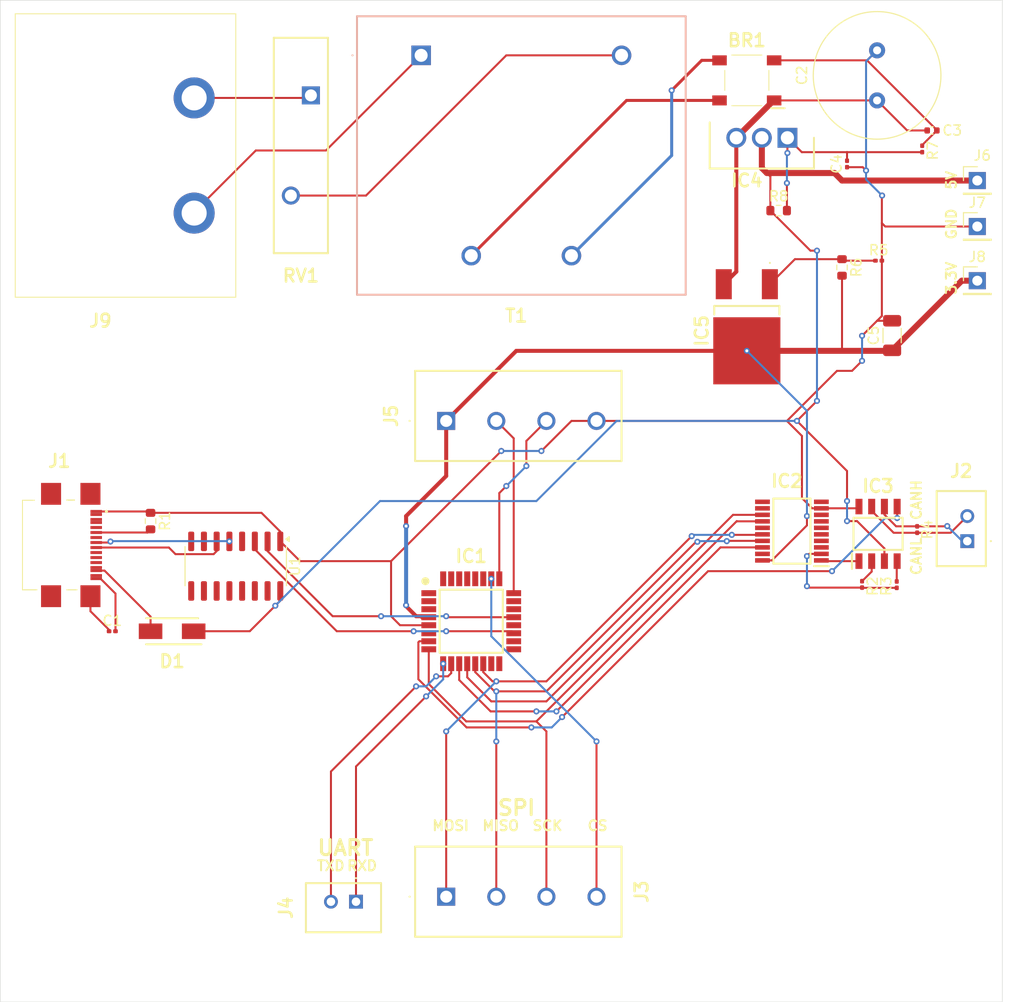
<source format=kicad_pcb>
(kicad_pcb (version 20241229) (generator "pcbnew") (generator_version "9.0")
  (title_block (title "Płytka PCB z SWD, SPI, UART, CAN i USB") (date "2025-09-04") (comment 2 "10cm x 10cm") (comment 3 "2 warstwy"))
  (layers (0 "F.Cu" signal) (2 "B.Cu" signal) (13 "F.Paste" user) (15 "B.Paste" user) (5 "F.SilkS" user "F.Silkscreen") (7 "B.SilkS" user "B.Silkscreen") (1 "F.Mask" user) (3 "B.Mask" user) (25 "Edge.Cuts" user))
  (net 0 "")
  (net 1 "GND")
  (net 2 "/VREF{slash}3.3V")
  (net 3 "/5V")
  (net 5 "/MOSI")
  (net 7 "/CS_CAN")
  (net 10 "/INT_CAN")
  (net 13 "/MISO")
  (net 16 "Net-(IC2-RXCAN)")
  (net 19 "/SCK")
  (net 21 "/SWCLK")
  (net 22 "/SWDIO")
  (net 29 "/TXD_USB")
  (net 31 "/RXD_USB")
  (net 35 "Net-(BR1-+)")
  (net 36 "Net-(BR1-~_1)")
  (net 37 "Net-(BR1-~_2)")
  (net 38 "Net-(IC4-ADJUST)")
  (net 44 "Net-(T1-PRI_2)")
  (net 46 "Net-(T1-PRI_1)")
  (net 50 "/TXD_OUT")
  (net 57 "Net-(C1-Pad1)")
  (net 59 "/VBUS_USB")
  (net 61 "/RXD_OUT")
  (net 62 "/CS_OUT")
  (net 63 "Net-(IC2-TXCAN)")
  (net 64 "Net-(IC3-CANH)")
  (net 65 "Net-(IC3-RXD)")
  (net 66 "Net-(IC3-CANL)")
  (net 67 "Net-(IC5-ADJ{slash}GND)")
  (net 68 "/TJA1051_EN_CAN")
  (net 71 "Net-(J1-PadA5)")
  (net 76 "/D+1_USB")
  (net 79 "/D-1_USB")
  (net 80 "Net-(J9-Pad1)")
  (footprint "Resistor_SMD:R_0603_1608Metric" (layer "F.Cu") (at 29 66.5 -90)
    (property "Reference" "R1")
    (property "Value" "5.1KR")
  )
  (footprint "Capacitor_SMD:C_1206_3216Metric" (layer "F.Cu") (at 103 47.975 90)
    (property "Reference" "C5")
    (property "Value" "10uF")
  )
  (footprint "SamacSys_Parts:DG3005004P1100AHCOLORGREY" (layer "F.Cu") (at 58.5 104)
    (property "Reference" "J3")
    (property "Value" "DG300-5.0-04P-11-00A_H__COLOR_GREY" (hide yes))
  )
  (footprint "Resistor_SMD:R_0201_0603Metric" (layer "F.Cu") (at 106 29.345 -90)
    (property "Reference" "R7")
    (property "Value" "1KR")
  )
  (footprint "SamacSys_Parts:SOP65P640X120-20N" (layer "F.Cu") (at 93 67.5 180)
    (property "Reference" "IC2")
    (property "Value" "MCP2515-I_ST" (hide yes))
  )
  (footprint "Capacitor_SMD:C_0402_1005Metric" (layer "F.Cu") (at 106.98 27.5)
    (property "Reference" "C3")
    (property "Value" "0u1")
  )
  (footprint "SamacSys_Parts:USB4110GFA" (layer "F.Cu") (at 19.897 68.89 -90)
    (property "Reference" "J1")
    (property "Value" "USB4110-GF-A" (hide yes))
  )
  (footprint "SamacSys_Parts:43000103" (layer "F.Cu") (at 33.35 24.25 -90)
    (property "Reference" "J9")
    (property "Value" "4300.0103" (hide yes))
  )
  (footprint "SamacSys_Parts:A2506WV2P" (layer "F.Cu") (at 49.5 104.5)
    (property "Reference" "J4")
    (property "Value" "A2506WV-2P" (hide yes))
  )
  (footprint "Resistor_SMD:R_0603_1608Metric" (layer "F.Cu") (at 98 41.175 -90)
    (property "Reference" "R6")
    (property "Value" "2K")
  )
  (footprint "SamacSys_Parts:DIOM5226X240N" (layer "F.Cu") (at 31.15 77.5 180)
    (property "Reference" "D1")
    (property "Value" "B340A-13-F" (hide yes))
  )
  (footprint "Package_SO:SOIC-16_3.9x9.9mm_P1.27mm" (layer "F.Cu") (at 37.5 71 -90)
    (property "Reference" "U1")
    (property "Value" "CH340C")
  )
  (footprint "Resistor_SMD:R_0603_1608Metric" (layer "F.Cu") (at 91.675 35.5)
    (property "Reference" "R8")
    (property "Value" "360R")
  )
  (footprint "SamacSys_Parts:B72220S0271K101" (layer "F.Cu") (at 45 24 -90)
    (property "Reference" "RV1")
    (property "Value" "B72220S0271K101" (hide yes))
  )
  (footprint "Connector_PinHeader_2.54mm:PinHeader_1x01_P2.54mm_Vertical" (layer "F.Cu") (at 111.5 42.5)
    (property "Reference" "J8")
    (property "Value" "Conn_01x01")
  )
  (footprint "SamacSys_Parts:SOIC127P600X175-8N" (layer "F.Cu") (at 101.595 67.775 90)
    (property "Reference" "IC3")
    (property "Value" "TJA1051T_E,118" (hide yes))
  )
  (footprint "Capacitor_SMD:C_0201_0603Metric" (layer "F.Cu") (at 98.5 30.845 90)
    (property "Reference" "C4")
    (property "Value" "1u")
  )
  (footprint "Capacitor_THT:C_Radial_D12.5mm_H25.0mm_P5.00mm" (layer "F.Cu") (at 101.5 24.5 90)
    (property "Reference" "C2")
    (property "Value" "4.7mF")
  )
  (footprint "Capacitor_SMD:C_0201_0603Metric" (layer "F.Cu") (at 25.18 77.5)
    (property "Reference" "C1")
    (property "Value" "1nF")
  )
  (footprint "SamacSys_Parts:A2506WV2P" (layer "F.Cu") (at 110.5 68.5 -90)
    (property "Reference" "J2")
    (property "Value" "A2506WV-2P" (hide yes))
  )
  (footprint "Resistor_SMD:R_0201_0603Metric" (layer "F.Cu") (at 105.5 67.345 90)
    (property "Reference" "R4")
    (property "Value" "120R")
  )
  (footprint "Connector_PinHeader_2.54mm:PinHeader_1x01_P2.54mm_Vertical" (layer "F.Cu") (at 111.5 37.09)
    (property "Reference" "J7")
    (property "Value" "Conn_01x01")
  )
  (footprint "SamacSys_Parts:LD1117DT33CTR" (layer "F.Cu") (at 88.5 48.075 90)
    (property "Reference" "IC5")
    (property "Value" "LD1117DT33CTR" (hide yes))
  )
  (footprint "Connector_PinHeader_2.54mm:PinHeader_1x01_P2.54mm_Vertical" (layer "F.Cu") (at 111.5 32.5)
    (property "Reference" "J6")
    (property "Value" "Conn_01x01")
  )
  (footprint "SamacSys_Parts:QFP80P900X900X160-32N" (layer "F.Cu") (at 61 76.5)
    (property "Reference" "IC1")
    (property "Value" "STM32G030K6T6" (hide yes))
  )
  (footprint "Resistor_SMD:R_0201_0603Metric" (layer "F.Cu") (at 101.655 40.5)
    (property "Reference" "R5")
    (property "Value" "300R")
  )
  (footprint "SamacSys_Parts:DG3005004P1100AHCOLORGREY" (layer "F.Cu") (at 58.5 56.5)
    (property "Reference" "J5")
    (property "Value" "DG300-5.0-04P-11-00A_H__COLOR_GREY" (hide yes))
  )
  (footprint "SamacSys_Parts:ABS10A13" (layer "F.Cu") (at 88.5 22.5 180)
    (property "Reference" "BR1")
    (property "Value" "ABS10A-13" (hide yes))
  )
  (footprint "SamacSys_Parts:TO255P460X1020X2008-3P" (layer "F.Cu") (at 92.55 28.23 180)
    (property "Reference" "IC4")
    (property "Value" "LM317T" (hide yes))
  )
  (footprint "Resistor_SMD:R_0201_0603Metric" (layer "F.Cu") (at 100 72.82 -90)
    (property "Reference" "R2")
    (property "Value" "20K")
  )
  (footprint "Resistor_SMD:R_0201_0603Metric" (layer "F.Cu") (at 103.46 72.845 90)
    (property "Reference" "R3")
    (property "Value" "10K")
  )
  (footprint "SamacSys_Parts:BV302S12018" (layer "B.Cu") (at 56 20)
    (property "Reference" "T1")
    (property "Value" "BV302S12018" (hide yes))
  )
  (gr_rect (start 14 14.5) (end 114 114.5) (stroke (width 0.05)) (fill no) (layer "Edge.Cuts"))
  (gr_text "RXD" (at 48.5 101.5 0) (layer "F.SilkS") (effects (font (size 1 1) (thickness 0.2) (bold yes)) (justify left bottom)))
  (gr_text "CANH" (at 106 66.5 90) (layer "F.SilkS") (effects (font (size 1 1) (thickness 0.2) (bold yes)) (justify left bottom)))
  (gr_text "CANL" (at 106 72 90) (layer "F.SilkS") (effects (font (size 1 1) (thickness 0.2) (bold yes)) (justify left bottom)))
  (gr_text "SPI" (at 63.5 96 0) (layer "F.SilkS") (effects (font (size 1.5 1.5) (thickness 0.3) (bold yes)) (justify left bottom)))
  (gr_text "UART" (at 45.5 100 0) (layer "F.SilkS") (effects (font (size 1.5 1.5) (thickness 0.3) (bold yes)) (justify left bottom)))
  (gr_text "GND" (at 109.5 38.5 90) (layer "F.SilkS") (effects (font (size 1 1) (thickness 0.2) (bold yes)) (justify left bottom)))
  (gr_text "MOSI" (at 57 97.5 0) (layer "F.SilkS") (effects (font (size 1 1) (thickness 0.2) (bold yes)) (justify left bottom)))
  (gr_text "CS" (at 72.5 97.5 0) (layer "F.SilkS") (effects (font (size 1 1) (thickness 0.2) (bold yes)) (justify left bottom)))
  (gr_text "3.3V" (at 109.5 44 90) (layer "F.SilkS") (effects (font (size 1 1) (thickness 0.2) (bold yes)) (justify left bottom)))
  (gr_text "5V" (at 109.5 33.5 90) (layer "F.SilkS") (effects (font (size 1 1) (thickness 0.2) (bold yes)) (justify left bottom)))
  (gr_text "MISO" (at 62 97.5 0) (layer "F.SilkS") (effects (font (size 1 1) (thickness 0.2) (bold yes)) (justify left bottom)))
  (gr_text "TXD" (at 45.5 101.5 0) (layer "F.SilkS") (effects (font (size 1 1) (thickness 0.2) (bold yes)) (justify left bottom)))
  (gr_text "SCK" (at 67 97.5 0) (layer "F.SilkS") (effects (font (size 1 1) (thickness 0.2) (bold yes)) (justify left bottom)))
  (segment (start 29 65.675) (end 28.675 65.675) (width 0.2) (layer "F.Cu") (net 1))
  (segment (start 53 70.5) (end 53 75.5) (width 0.2) (layer "F.Cu") (net 1))
  (segment (start 53 75.5) (end 53 76) (width 0.2) (layer "F.Cu") (net 1))
  (segment (start 53 70.5) (end 43.92 70.5) (width 0.2) (layer "F.Cu") (net 1))
  (segment (start 64 59.5) (end 53 70.5) (width 0.2) (layer "F.Cu") (net 1))
  (segment (start 28.675 65.675) (end 28.54 65.54) (width 0.2) (layer "F.Cu") (net 1))
  (segment (start 99.515 65.225) (end 95.938 65.225) (width 0.2) (layer "F.Cu") (net 1))
  (segment (start 40.069999 65.675) (end 29 65.675) (width 0.2) (layer "F.Cu") (net 1))
  (segment (start 98.5 31.165) (end 100.064 31.165) (width 0.2) (layer "F.Cu") (net 1))
  (segment (start 43.92 70.5) (end 41.945 68.525) (width 0.2) (layer "F.Cu") (net 1))
  (segment (start 99.69 65.05) (end 99.515 65.225) (width 0.2) (layer "F.Cu") (net 1))
  (segment (start 95.938 65.225) (end 95.0235 65.225) (width 0.2) (layer "F.Cu") (net 1))
  (segment (start 100.5 20.5) (end 101.5 19.5) (width 0.2) (layer "F.Cu") (net 1))
  (segment (start 25.5 77.5) (end 25.5 73.74) (width 0.2) (layer "F.Cu") (net 1))
  (segment (start 101.975 46.025) (end 101.5 46.5) (width 0.2) (layer "F.Cu") (net 1))
  (segment (start 107.46 27.5) (end 107.46 27.46) (width 0.2) (layer "F.Cu") (net 1))
  (segment (start 103 46.5) (end 101.5 46.5) (width 0.2) (layer "F.Cu") (net 1))
  (segment (start 101.5 46.5) (end 100 48) (width 0.2) (layer "F.Cu") (net 1))
  (segment (start 97.5 51.5) (end 99 51.5) (width 0.2) (layer "F.Cu") (net 1))
  (segment (start 99 51.5) (end 100 50.5) (width 0.2) (layer "F.Cu") (net 1))
  (segment (start 73.5 56.5) (end 71 56.5) (width 0.2) (layer "F.Cu") (net 1))
  (segment (start 91.225 20.5) (end 100.5 20.5) (width 0.2) (layer "F.Cu") (net 1))
  (segment (start 101.975 36.75) (end 101.975 34.025) (width 0.2) (layer "F.Cu") (net 1))
  (segment (start 53.9 76.9) (end 56.762 76.9) (width 0.2) (layer "F.Cu") (net 1))
  (segment (start 95.0235 65.225) (end 94 64.2015) (width 0.2) (layer "F.Cu") (net 1))
  (segment (start 107.46 27.46) (end 100.5 20.5) (width 0.2) (layer "F.Cu") (net 1))
  (segment (start 106 28.96) (end 107.46 27.5) (width 0.2) (layer "F.Cu") (net 1))
  (segment (start 100 72.5) (end 100.96 71.54) (width 0.2) (layer "F.Cu") (net 1))
  (segment (start 24 72.24) (end 23.575 72.24) (width 0.2) (layer "F.Cu") (net 1))
  (segment (start 101.975 34.025) (end 102 34) (width 0.2) (layer "F.Cu") (net 1))
  (segment (start 92.5 56.5) (end 73.5 56.5) (width 0.2) (layer "F.Cu") (net 1))
  (segment (start 94 64.2015) (end 94 58) (width 0.2) (layer "F.Cu") (net 1))
  (segment (start 92.5 56.5) (end 97.5 51.5) (width 0.2) (layer "F.Cu") (net 1))
  (segment (start 100.064 31.165) (end 100.399 31.5) (width 0.2) (layer "F.Cu") (net 1))
  (segment (start 53 76) (end 53.9 76.9) (width 0.2) (layer "F.Cu") (net 1))
  (segment (start 101.975 40.5) (end 101.975 36.75) (width 0.2) (layer "F.Cu") (net 1))
  (segment (start 41.945 67.550001) (end 40.069999 65.675) (width 0.2) (layer "F.Cu") (net 1))
  (segment (start 25.5 73.74) (end 24 72.24) (width 0.2) (layer "F.Cu") (net 1))
  (segment (start 94 58) (end 92.5 56.5) (width 0.2) (layer "F.Cu") (net 1))
  (segment (start 101.975 40.5) (end 101.975 46.025) (width 0.2) (layer "F.Cu") (net 1))
  (segment (start 100.96 71.54) (end 100.96 70.5) (width 0.2) (layer "F.Cu") (net 1))
  (segment (start 111.5 37.09) (end 102.315 37.09) (width 0.2) (layer "F.Cu") (net 1))
  (segment (start 28.54 65.54) (end 23.575 65.54) (width 0.2) (layer "F.Cu") (net 1))
  (segment (start 71 56.5) (end 68 59.5) (width 0.2) (layer "F.Cu") (net 1))
  (segment (start 102.315 37.09) (end 101.975 36.75) (width 0.2) (layer "F.Cu") (net 1))
  (segment (start 41.945 68.525) (end 41.945 67.550001) (width 0.2) (layer "F.Cu") (net 1))
  (via (at 100.399 31.5) (size 0.6) (drill 0.3) (layers "F.Cu" "B.Cu") (net 1))
  (via (at 102 34) (size 0.6) (drill 0.3) (layers "F.Cu" "B.Cu") (net 1))
  (via (at 100 50.5) (size 0.6) (drill 0.3) (layers "F.Cu" "B.Cu") (net 1))
  (via (at 100 48) (size 0.6) (drill 0.3) (layers "F.Cu" "B.Cu") (net 1))
  (via (at 64 59.5) (size 0.6) (drill 0.3) (layers "F.Cu" "B.Cu") (net 1))
  (via (at 68 59.5) (size 0.6) (drill 0.3) (layers "F.Cu" "B.Cu") (net 1))
  (segment (start 100.399 31.5) (end 100.399 20.601) (width 0.2) (layer "B.Cu") (net 1))
  (segment (start 102 34) (end 100.399 32.399) (width 0.2) (layer "B.Cu") (net 1))
  (segment (start 68 59.5) (end 64 59.5) (width 0.2) (layer "B.Cu") (net 1))
  (segment (start 100.399 32.399) (end 100.399 31.5) (width 0.2) (layer "B.Cu") (net 1))
  (segment (start 100 48) (end 100 50.5) (width 0.2) (layer "B.Cu") (net 1))
  (segment (start 100.399 20.601) (end 101.5 19.5) (width 0.2) (layer "B.Cu") (net 1))
  (segment (start 54.5 75) (end 55.501 76.001) (width 0.4) (layer "F.Cu") (net 2))
  (segment (start 98 49.5) (end 102.95 49.5) (width 0.6) (layer "F.Cu") (net 2))
  (segment (start 56.1 76.1) (end 56.762 76.1) (width 0.4) (layer "F.Cu") (net 2))
  (segment (start 55.501 76.001) (end 56.001 76.001) (width 0.4) (layer "F.Cu") (net 2))
  (segment (start 90.062 70.425) (end 90.9995 70.425) (width 0.2) (layer "F.Cu") (net 2))
  (segment (start 58.5 62) (end 58.5 56.5) (width 0.4) (layer "F.Cu") (net 2))
  (segment (start 54.5 74.9) (end 54.5 75) (width 0.4) (layer "F.Cu") (net 2))
  (segment (start 102.95 49.5) (end 103 49.45) (width 0.6) (layer "F.Cu") (net 2))
  (segment (start 98 42) (end 98 49.5) (width 0.2) (layer "F.Cu") (net 2))
  (segment (start 65.5 49.5) (end 88.5 49.5) (width 0.4) (layer "F.Cu") (net 2))
  (segment (start 98 49.5) (end 88.5 49.5) (width 0.6) (layer "F.Cu") (net 2))
  (segment (start 58.5 56.5) (end 65.5 49.5) (width 0.4) (layer "F.Cu") (net 2))
  (segment (start 54.5 66) (end 58.5 62) (width 0.4) (layer "F.Cu") (net 2))
  (segment (start 111.5 42.5) (end 109.95 42.5) (width 0.6) (layer "F.Cu") (net 2))
  (segment (start 56.001 76.001) (end 56.1 76.1) (width 0.4) (layer "F.Cu") (net 2))
  (segment (start 90.9995 70.425) (end 94.5 66.9245) (width 0.2) (layer "F.Cu") (net 2))
  (segment (start 109.95 42.5) (end 103 49.45) (width 0.6) (layer "F.Cu") (net 2))
  (segment (start 94.5 66.9245) (end 94.5 66) (width 0.2) (layer "F.Cu") (net 2))
  (segment (start 54.5 67) (end 54.5 66) (width 0.4) (layer "F.Cu") (net 2))
  (via (at 94.5 66) (size 0.6) (drill 0.3) (layers "F.Cu" "B.Cu") (net 2))
  (via (at 88.5 49.5) (size 0.6) (drill 0.3) (layers "F.Cu" "B.Cu") (net 2))
  (via (at 54.5 67) (size 0.6) (drill 0.3) (layers "F.Cu" "B.Cu") (net 2))
  (via (at 54.5 74.9) (size 0.6) (drill 0.3) (layers "F.Cu" "B.Cu") (net 2))
  (segment (start 54.5 74.9) (end 54.5 67) (width 0.4) (layer "B.Cu") (net 2))
  (segment (start 94.5 66) (end 94.5 55.5) (width 0.2) (layer "B.Cu") (net 2))
  (segment (start 94.5 55.5) (end 88.5 49.5) (width 0.2) (layer "B.Cu") (net 2))
  (segment (start 90.5 31.75) (end 97.25 31.75) (width 0.6) (layer "F.Cu") (net 3))
  (segment (start 94.85 39.5) (end 95.5 39.5) (width 0.2) (layer "F.Cu") (net 3))
  (segment (start 90.85 32.1) (end 90.5 31.75) (width 0.2) (layer "F.Cu") (net 3))
  (segment (start 102.23 70.5) (end 102.23 69.23) (width 0.2) (layer "F.Cu") (net 3))
  (segment (start 90 31.25) (end 90.5 31.75) (width 0.6) (layer "F.Cu") (net 3))
  (segment (start 41.945 73.475) (end 41.945 74.449999) (width 0.2) (layer "F.Cu") (net 3))
  (segment (start 41.447499 74.947499) (end 40.947499 75.447499) (width 0.2) (layer "F.Cu") (net 3))
  (segment (start 98.5 61.5) (end 93.5 56.5) (width 0.2) (layer "F.Cu") (net 3))
  (segment (start 95.5 54.5) (end 93.5 56.5) (width 0.2) (layer "F.Cu") (net 3))
  (segment (start 90 28.23) (end 90 31.25) (width 0.6) (layer "F.Cu") (net 3))
  (segment (start 40.947499 75.447499) (end 38.894999 77.5) (width 0.2) (layer "F.Cu") (net 3))
  (segment (start 98 32.5) (end 111.5 32.5) (width 0.6) (layer "F.Cu") (net 3))
  (segment (start 38.894999 77.5) (end 33.3 77.5) (width 0.2) (layer "F.Cu") (net 3))
  (segment (start 102.23 69.23) (end 99.5 66.5) (width 0.2) (layer "F.Cu") (net 3))
  (segment (start 97.25 31.75) (end 98 32.5) (width 0.6) (layer "F.Cu") (net 3))
  (segment (start 98.5 64.5) (end 98.5 61.5) (width 0.2) (layer "F.Cu") (net 3))
  (segment (start 41.945 74.449999) (end 41.447499 74.947499) (width 0.2) (layer "F.Cu") (net 3))
  (segment (start 90.85 35.5) (end 94.85 39.5) (width 0.2) (layer "F.Cu") (net 3))
  (segment (start 99.5 66.5) (end 98.5 66.5) (width 0.2) (layer "F.Cu") (net 3))
  (segment (start 90.85 35.5) (end 90.85 32.1) (width 0.2) (layer "F.Cu") (net 3))
  (via (at 95.5 39.5) (size 0.6) (drill 0.3) (layers "F.Cu" "B.Cu") (net 3))
  (via (at 93.5 56.5) (size 0.6) (drill 0.3) (layers "F.Cu" "B.Cu") (net 3))
  (via (at 98.5 66.5) (size 0.6) (drill 0.3) (layers "F.Cu" "B.Cu") (net 3))
  (via (at 41.447499 74.947499) (size 0.6) (drill 0.3) (layers "F.Cu" "B.Cu") (net 3))
  (via (at 98.5 64.5) (size 0.6) (drill 0.3) (layers "F.Cu" "B.Cu") (net 3))
  (via (at 95.5 54.5) (size 0.6) (drill 0.3) (layers "F.Cu" "B.Cu") (net 3))
  (segment (start 67.5 64.5) (end 51.894998 64.5) (width 0.2) (layer "B.Cu") (net 3))
  (segment (start 93.5 56.5) (end 75.5 56.5) (width 0.2) (layer "B.Cu") (net 3))
  (segment (start 95.5 39.5) (end 95.5 54.5) (width 0.2) (layer "B.Cu") (net 3))
  (segment (start 75.5 56.5) (end 67.5 64.5) (width 0.2) (layer "B.Cu") (net 3))
  (segment (start 98.5 66.5) (end 98.5 64.5) (width 0.2) (layer "B.Cu") (net 3))
  (segment (start 51.894998 64.5) (end 41.447499 74.947499) (width 0.2) (layer "B.Cu") (net 3))
  (segment (start 63.1225 82.5) (end 62.2 81.5775) (width 0.2) (layer "F.Cu") (net 5))
  (segment (start 68.5 82.5) (end 63.5 82.5) (width 0.2) (layer "F.Cu") (net 5))
  (segment (start 63.5 82.5) (end 63.1225 82.5) (width 0.2) (layer "F.Cu") (net 5))
  (segment (start 58.5 104) (end 58.5 87.5) (width 0.2) (layer "F.Cu") (net 5))
  (segment (start 90.012 67.875) (end 87 67.875) (width 0.2) (layer "F.Cu") (net 5))
  (segment (start 62.2 81.5775) (end 62.2 80.738) (width 0.2) (layer "F.Cu") (net 5))
  (segment (start 83 68) (end 68.5 82.5) (width 0.2) (layer "F.Cu") (net 5))
  (segment (start 90.062 67.825) (end 90.012 67.875) (width 0.2) (layer "F.Cu") (net 5))
  (via (at 63.5 82.5) (size 0.6) (drill 0.3) (layers "F.Cu" "B.Cu") (net 5))
  (via (at 83 68) (size 0.6) (drill 0.3) (layers "F.Cu" "B.Cu") (net 5))
  (via (at 58.5 87.5) (size 0.6) (drill 0.3) (layers "F.Cu" "B.Cu") (net 5))
  (via (at 87 67.875) (size 0.6) (drill 0.3) (layers "F.Cu" "B.Cu") (net 5))
  (segment (start 83.125 67.875) (end 83 68) (width 0.2) (layer "B.Cu") (net 5))
  (segment (start 87 67.875) (end 83.125 67.875) (width 0.2) (layer "B.Cu") (net 5))
  (segment (start 58.5 87.5) (end 63.5 82.5) (width 0.2) (layer "B.Cu") (net 5))
  (segment (start 62.9329 85.5) (end 59.8 82.3671) (width 0.2) (layer "F.Cu") (net 7))
  (segment (start 59.8 82.3671) (end 59.8 80.738) (width 0.2) (layer "F.Cu") (net 7))
  (segment (start 67.5 85.5) (end 62.9329 85.5) (width 0.2) (layer "F.Cu") (net 7))
  (segment (start 90.062 69.125) (end 85.875 69.125) (width 0.2) (layer "F.Cu") (net 7))
  (segment (start 85.875 69.125) (end 69.5 85.5) (width 0.2) (layer "F.Cu") (net 7))
  (via (at 67.5 85.5) (size 0.6) (drill 0.3) (layers "F.Cu" "B.Cu") (net 7))
  (via (at 69.5 85.5) (size 0.6) (drill 0.3) (layers "F.Cu" "B.Cu") (net 7))
  (segment (start 69.5 85.5) (end 67.5 85.5) (width 0.2) (layer "B.Cu") (net 7))
  (segment (start 87.125 65.875) (end 68.5 84.5) (width 0.2) (layer "F.Cu") (net 10))
  (segment (start 63 84.5) (end 60.6 82.1) (width 0.2) (layer "F.Cu") (net 10))
  (segment (start 60.6 82.1) (end 60.6 80.738) (width 0.2) (layer "F.Cu") (net 10))
  (segment (start 90.062 65.875) (end 87.125 65.875) (width 0.2) (layer "F.Cu") (net 10))
  (segment (start 68.5 84.5) (end 63 84.5) (width 0.2) (layer "F.Cu") (net 10))
  (segment (start 86.525 68.475) (end 90.062 68.475) (width 0.2) (layer "F.Cu") (net 13))
  (segment (start 68.5 83.5) (end 63.5 83.5) (width 0.2) (layer "F.Cu") (net 13))
  (segment (start 83.434313 68.565687) (end 68.5 83.5) (width 0.2) (layer "F.Cu") (net 13))
  (segment (start 63.3225 83.5) (end 61.4 81.5775) (width 0.2) (layer "F.Cu") (net 13))
  (segment (start 86.5 68.5) (end 86.525 68.475) (width 0.2) (layer "F.Cu") (net 13))
  (segment (start 61.4 81.5775) (end 61.4 80.738) (width 0.2) (layer "F.Cu") (net 13))
  (segment (start 83.565687 68.565687) (end 83.434313 68.565687) (width 0.2) (layer "F.Cu") (net 13))
  (segment (start 63.5 83.5) (end 63.3225 83.5) (width 0.2) (layer "F.Cu") (net 13))
  (segment (start 63.5 104) (end 63.5 88.5) (width 0.2) (layer "F.Cu") (net 13))
  (via (at 63.5 83.5) (size 0.6) (drill 0.3) (layers "F.Cu" "B.Cu") (net 13))
  (via (at 86.5 68.5) (size 0.6) (drill 0.3) (layers "F.Cu" "B.Cu") (net 13))
  (via (at 63.5 88.5) (size 0.6) (drill 0.3) (layers "F.Cu" "B.Cu") (net 13))
  (via (at 83.565687 68.565687) (size 0.6) (drill 0.3) (layers "F.Cu" "B.Cu") (net 13))
  (segment (start 63.5 88.5) (end 63.5 83.5) (width 0.2) (layer "B.Cu") (net 13))
  (segment (start 83.565687 68.565687) (end 83.631374 68.5) (width 0.2) (layer "B.Cu") (net 13))
  (segment (start 83.631374 68.5) (end 86.5 68.5) (width 0.2) (layer "B.Cu") (net 13))
  (segment (start 94.5 70) (end 94.725 69.775) (width 0.2) (layer "F.Cu") (net 16))
  (segment (start 103.46 73.165) (end 100.025 73.165) (width 0.2) (layer "F.Cu") (net 16))
  (segment (start 94.64 73.14) (end 94.5 73) (width 0.2) (layer "F.Cu") (net 16))
  (segment (start 100.025 73.165) (end 100 73.14) (width 0.2) (layer "F.Cu") (net 16))
  (segment (start 94.725 69.775) (end 95.938 69.775) (width 0.2) (layer "F.Cu") (net 16))
  (segment (start 100 73.14) (end 94.64 73.14) (width 0.2) (layer "F.Cu") (net 16))
  (via (at 94.5 70) (size 0.6) (drill 0.3) (layers "F.Cu" "B.Cu") (net 16))
  (via (at 94.5 73) (size 0.6) (drill 0.3) (layers "F.Cu" "B.Cu") (net 16))
  (segment (start 94.5 73) (end 94.5 70) (width 0.2) (layer "B.Cu") (net 16))
  (segment (start 67.5 86.5) (end 60.5 86.5) (width 0.2) (layer "F.Cu") (net 19))
  (segment (start 87.5 66.5) (end 67.5 86.5) (width 0.2) (layer "F.Cu") (net 19))
  (segment (start 68.5 104) (end 68.5 87.5) (width 0.2) (layer "F.Cu") (net 19))
  (segment (start 68.5 87.5) (end 67.5 86.5) (width 0.2) (layer "F.Cu") (net 19))
  (segment (start 90.062 66.525) (end 87.525 66.525) (width 0.2) (layer "F.Cu") (net 19))
  (segment (start 60.5 86.5) (end 56.762 82.762) (width 0.2) (layer "F.Cu") (net 19))
  (segment (start 87.525 66.525) (end 87.5 66.5) (width 0.2) (layer "F.Cu") (net 19))
  (segment (start 56.762 82.762) (end 56.762 79.3) (width 0.2) (layer "F.Cu") (net 19))
  (segment (start 66.5 58.5) (end 66.5 61) (width 0.2) (layer "F.Cu") (net 21))
  (segment (start 68.5 56.5) (end 66.5 58.5) (width 0.2) (layer "F.Cu") (net 21))
  (segment (start 64.5 63) (end 63.8 63.7) (width 0.2) (layer "F.Cu") (net 21))
  (segment (start 63.8 63.7) (end 63.8 72.262) (width 0.2) (layer "F.Cu") (net 21))
  (via (at 66.5 61) (size 0.6) (drill 0.3) (layers "F.Cu" "B.Cu") (net 21))
  (via (at 64.5 63) (size 0.6) (drill 0.3) (layers "F.Cu" "B.Cu") (net 21))
  (segment (start 66.5 61) (end 64.5 63) (width 0.2) (layer "B.Cu") (net 21))
  (segment (start 63.5 56.5) (end 65.238 58.238) (width 0.2) (layer "F.Cu") (net 22))
  (segment (start 65.238 58.238) (end 65.238 73.7) (width 0.2) (layer "F.Cu") (net 22))
  (segment (start 47.175001 76) (end 52 76) (width 0.2) (layer "F.Cu") (net 29))
  (segment (start 40.675 69.499999) (end 47.175001 76) (width 0.2) (layer "F.Cu") (net 29))
  (segment (start 40.675 68.525) (end 40.675 69.499999) (width 0.2) (layer "F.Cu") (net 29))
  (segment (start 58.6 76.1) (end 65.238 76.1) (width 0.2) (layer "F.Cu") (net 29))
  (segment (start 58.5 76) (end 58.6 76.1) (width 0.2) (layer "F.Cu") (net 29))
  (via (at 52 76) (size 0.6) (drill 0.3) (layers "F.Cu" "B.Cu") (net 29))
  (via (at 58.5 76) (size 0.6) (drill 0.3) (layers "F.Cu" "B.Cu") (net 29))
  (segment (start 52 76) (end 58.5 76) (width 0.2) (layer "B.Cu") (net 29))
  (segment (start 58.5 77.5) (end 65.038 77.5) (width 0.2) (layer "F.Cu") (net 31))
  (segment (start 55.25 77.5) (end 47.586968 77.5) (width 0.2) (layer "F.Cu") (net 31))
  (segment (start 47.586968 77.5) (end 39.405 69.318032) (width 0.2) (layer "F.Cu") (net 31))
  (segment (start 65.038 77.5) (end 65.238 77.7) (width 0.2) (layer "F.Cu") (net 31))
  (segment (start 39.405 69.318032) (end 39.405 68.525) (width 0.2) (layer "F.Cu") (net 31))
  (via (at 55.25 77.5) (size 0.6) (drill 0.3) (layers "F.Cu" "B.Cu") (net 31))
  (via (at 58.5 77.5) (size 0.6) (drill 0.3) (layers "F.Cu" "B.Cu") (net 31))
  (segment (start 55.25 77.5) (end 58.5 77.5) (width 0.2) (layer "B.Cu") (net 31))
  (segment (start 87.45 28.23) (end 87.45 41.6) (width 0.4) (layer "F.Cu") (net 35))
  (segment (start 87.45 28.23) (end 91.18 24.5) (width 0.6) (layer "F.Cu") (net 35))
  (segment (start 91.225 24.5) (end 101.5 24.5) (width 0.2) (layer "F.Cu") (net 35))
  (segment (start 106.5 27.5) (end 104.5 27.5) (width 0.2) (layer "F.Cu") (net 35))
  (segment (start 91.18 24.5) (end 91.225 24.5) (width 0.2) (layer "F.Cu") (net 35))
  (segment (start 87.45 41.6) (end 86.2 42.85) (width 0.4) (layer "F.Cu") (net 35))
  (segment (start 104.5 27.5) (end 101.5 24.5) (width 0.2) (layer "F.Cu") (net 35))
  (segment (start 85.775 24.5) (end 76.5 24.5) (width 0.3) (layer "F.Cu") (net 36))
  (segment (start 76.5 24.5) (end 61 40) (width 0.3) (layer "F.Cu") (net 36))
  (segment (start 71 40) (end 71 39.275) (width 0.3) (layer "F.Cu") (net 37))
  (segment (start 85.775 20.5) (end 84 20.5) (width 0.3) (layer "F.Cu") (net 37))
  (segment (start 84 20.5) (end 81 23.5) (width 0.3) (layer "F.Cu") (net 37))
  (via (at 81 23.5) (size 0.6) (drill 0.3) (layers "F.Cu" "B.Cu") (net 37))
  (segment (start 81 30) (end 71 40) (width 0.3) (layer "B.Cu") (net 37))
  (segment (start 81 23.5) (end 81 30) (width 0.3) (layer "B.Cu") (net 37))
  (segment (start 93.985 29.665) (end 92.55 28.23) (width 0.2) (layer "F.Cu") (net 38))
  (segment (start 92.55 35.45) (end 92.5 35.5) (width 0.2) (layer "F.Cu") (net 38))
  (segment (start 98.5 29.665) (end 93.985 29.665) (width 0.2) (layer "F.Cu") (net 38))
  (segment (start 106 29.665) (end 98.5 29.665) (width 0.2) (layer "F.Cu") (net 38))
  (segment (start 92.5 32.75) (end 92.5 35.5) (width 0.2) (layer "F.Cu") (net 38))
  (segment (start 92.55 29.75) (end 92.55 28.23) (width 0.2) (layer "F.Cu") (net 38))
  (segment (start 98.5 30.525) (end 98.5 29.665) (width 0.2) (layer "F.Cu") (net 38))
  (via (at 92.5 32.75) (size 0.6) (drill 0.3) (layers "F.Cu" "B.Cu") (net 38))
  (via (at 92.55 29.75) (size 0.6) (drill 0.3) (layers "F.Cu" "B.Cu") (net 38))
  (segment (start 92.55 29.75) (end 92.5 29.8) (width 0.2) (layer "B.Cu") (net 38))
  (segment (start 92.5 29.8) (end 92.5 32.75) (width 0.2) (layer "B.Cu") (net 38))
  (segment (start 50.5 34) (end 64.5 20) (width 0.2) (layer "F.Cu") (net 44))
  (segment (start 43 34) (end 50.5 34) (width 0.2) (layer "F.Cu") (net 44))
  (segment (start 64.5 20) (end 76 20) (width 0.2) (layer "F.Cu") (net 44))
  (segment (start 33.35 35.75) (end 33.35 35.65) (width 0.2) (layer "F.Cu") (net 46))
  (segment (start 39.5 29.5) (end 46.5 29.5) (width 0.2) (layer "F.Cu") (net 46))
  (segment (start 46.5 29.5) (end 56 20) (width 0.2) (layer "F.Cu") (net 46))
  (segment (start 33.35 35.65) (end 39.5 29.5) (width 0.2) (layer "F.Cu") (net 46))
  (segment (start 57.5 82) (end 58.6755 82) (width 0.2) (layer "F.Cu") (net 50))
  (segment (start 47 91.5) (end 55.5 83) (width 0.2) (layer "F.Cu") (net 50))
  (segment (start 58.6755 82) (end 59 81.6755) (width 0.2) (layer "F.Cu") (net 50))
  (segment (start 47 104.5) (end 47 91.5) (width 0.2) (layer "F.Cu") (net 50))
  (segment (start 59 81.6755) (end 59 80.738) (width 0.2) (layer "F.Cu") (net 50))
  (via (at 55.5 83) (size 0.6) (drill 0.3) (layers "F.Cu" "B.Cu") (net 50))
  (via (at 57.5 82) (size 0.6) (drill 0.3) (layers "F.Cu" "B.Cu") (net 50))
  (segment (start 55.5 83) (end 56.5 83) (width 0.2) (layer "B.Cu") (net 50))
  (segment (start 56.5 83) (end 57.5 82) (width 0.2) (layer "B.Cu") (net 50))
  (segment (start 24.86 77.5) (end 24.86 77.36) (width 0.2) (layer "F.Cu") (net 57))
  (segment (start 24.86 77.36) (end 23 75.5) (width 0.2) (layer "F.Cu") (net 57))
  (segment (start 23 75.5) (end 23 74) (width 0.2) (layer "F.Cu") (net 57))
  (segment (start 24.402 71.44) (end 23.575 71.44) (width 0.2) (layer "F.Cu") (net 59))
  (segment (start 29 77.5) (end 29 76.038) (width 0.2) (layer "F.Cu") (net 59))
  (segment (start 29 76.038) (end 24.402 71.44) (width 0.2) (layer "F.Cu") (net 59))
  (segment (start 49.5 91) (end 56.5 84) (width 0.2) (layer "F.Cu") (net 61))
  (segment (start 49.5 104.5) (end 49.5 91) (width 0.2) (layer "F.Cu") (net 61))
  (via (at 58.2 80.738) (size 0.6) (drill 0.3) (layers "F.Cu" "B.Cu") (net 61))
  (via (at 56.5 84) (size 0.6) (drill 0.3) (layers "F.Cu" "B.Cu") (net 61))
  (segment (start 58.2 82.3) (end 58.2 80.738) (width 0.2) (layer "B.Cu") (net 61))
  (segment (start 56.5 84) (end 58.2 82.3) (width 0.2) (layer "B.Cu") (net 61))
  (segment (start 73.5 104) (end 73.5 88.5) (width 0.2) (layer "F.Cu") (net 62))
  (via (at 73.5 88.5) (size 0.6) (drill 0.3) (layers "F.Cu" "B.Cu") (net 62))
  (via (at 63 72.262) (size 0.6) (drill 0.3) (layers "F.Cu" "B.Cu") (net 62))
  (segment (start 63 78) (end 63 72.262) (width 0.2) (layer "B.Cu") (net 62))
  (segment (start 73.5 88.5) (end 63 78) (width 0.2) (layer "B.Cu") (net 62))
  (segment (start 99.69 70.5) (end 96.013 70.5) (width 0.2) (layer "F.Cu") (net 63))
  (segment (start 96.013 70.5) (end 95.938 70.425) (width 0.2) (layer "F.Cu") (net 63))
  (segment (start 103.15 67.665) (end 105.5 67.665) (width 0.2) (layer "F.Cu") (net 64))
  (segment (start 105.5 67.665) (end 108.835 67.665) (width 0.2) (layer "F.Cu") (net 64))
  (segment (start 108.835 67.665) (end 110.5 66) (width 0.2) (layer "F.Cu") (net 64))
  (segment (start 100.96 65.475) (end 103.15 67.665) (width 0.2) (layer "F.Cu") (net 64))
  (segment (start 100.96 65.05) (end 100.96 65.475) (width 0.2) (layer "F.Cu") (net 64))
  (segment (start 103.46 70.54) (end 103.5 70.5) (width 0.2) (layer "F.Cu") (net 65))
  (segment (start 103.46 72.525) (end 103.46 70.54) (width 0.2) (layer "F.Cu") (net 65))
  (segment (start 103.4025 67.025) (end 105.5 67.025) (width 0.2) (layer "F.Cu") (net 66))
  (segment (start 102.23 65.8525) (end 103.4025 67.025) (width 0.2) (layer "F.Cu") (net 66))
  (segment (start 108.475 67.025) (end 108.5 67) (width 0.2) (layer "F.Cu") (net 66))
  (segment (start 102.23 65.05) (end 102.23 65.8525) (width 0.2) (layer "F.Cu") (net 66))
  (segment (start 105.5 67.025) (end 108.475 67.025) (width 0.2) (layer "F.Cu") (net 66))
  (via (at 108.5 67) (size 0.6) (drill 0.3) (layers "F.Cu" "B.Cu") (net 66))
  (segment (start 108.5 67) (end 110 68.5) (width 0.2) (layer "B.Cu") (net 66))
  (segment (start 110 68.5) (end 110.5 68.5) (width 0.2) (layer "B.Cu") (net 66))
  (segment (start 98.15 40.5) (end 98 40.35) (width 0.2) (layer "F.Cu") (net 67))
  (segment (start 101.335 40.5) (end 98.15 40.5) (width 0.2) (layer "F.Cu") (net 67))
  (segment (start 90.8 42.85) (end 93.3 40.35) (width 0.2) (layer "F.Cu") (net 67))
  (segment (start 93.3 40.35) (end 98 40.35) (width 0.2) (layer "F.Cu") (net 67))
  (segment (start 84.631374 71.5) (end 97 71.5) (width 0.2) (layer "F.Cu") (net 68))
  (segment (start 103.5 66.194851) (end 103.5 65.05) (width 0.2) (layer "F.Cu") (net 68))
  (segment (start 60.5329 87.1) (end 67 87.1) (width 0.2) (layer "F.Cu") (net 68))
  (segment (start 55.8245 78.5) (end 55.7235 78.601) (width 0.2) (layer "F.Cu") (net 68))
  (segment (start 55.7235 78.601) (end 55.7235 82.2906) (width 0.2) (layer "F.Cu") (net 68))
  (segment (start 55.7235 82.2906) (end 60.5329 87.1) (width 0.2) (layer "F.Cu") (net 68))
  (segment (start 70.065687 86.065687) (end 84.631374 71.5) (width 0.2) (layer "F.Cu") (net 68))
  (segment (start 56.762 78.5) (end 55.8245 78.5) (width 0.2) (layer "F.Cu") (net 68))
  (via (at 103.5 66.194851) (size 0.6) (drill 0.3) (layers "F.Cu" "B.Cu") (net 68))
  (via (at 70.065687 86.065687) (size 0.6) (drill 0.3) (layers "F.Cu" "B.Cu") (net 68))
  (via (at 67 87.1) (size 0.6) (drill 0.3) (layers "F.Cu" "B.Cu") (net 68))
  (via (at 97 71.5) (size 0.6) (drill 0.3) (layers "F.Cu" "B.Cu") (net 68))
  (segment (start 102.305149 66.194851) (end 97 71.5) (width 0.2) (layer "B.Cu") (net 68))
  (segment (start 67 87.1) (end 69.031374 87.1) (width 0.2) (layer "B.Cu") (net 68))
  (segment (start 69.031374 87.1) (end 70.065687 86.065687) (width 0.2) (layer "B.Cu") (net 68))
  (segment (start 103.5 66.194851) (end 102.305149 66.194851) (width 0.2) (layer "B.Cu") (net 68))
  (segment (start 28.685 67.64) (end 29 67.325) (width 0.2) (layer "F.Cu") (net 71))
  (segment (start 23.575 67.64) (end 28.685 67.64) (width 0.2) (layer "F.Cu") (net 71))
  (segment (start 25 68.54) (end 24.9 68.64) (width 0.2) (layer "F.Cu") (net 76))
  (segment (start 24.9 68.64) (end 23.575 68.64) (width 0.2) (layer "F.Cu") (net 76))
  (via (at 25 68.54) (size 0.6) (drill 0.3) (layers "F.Cu" "B.Cu") (net 76))
  (via (at 36.865 68.525) (size 0.6) (drill 0.3) (layers "F.Cu" "B.Cu") (net 76))
  (segment (start 36.84 68.5) (end 36.865 68.525) (width 0.2) (layer "B.Cu") (net 76))
  (segment (start 25.04 68.5) (end 36.84 68.5) (width 0.2) (layer "B.Cu") (net 76))
  (segment (start 25 68.54) (end 25.04 68.5) (width 0.2) (layer "B.Cu") (net 76))
  (segment (start 30.823032 69.14) (end 31.484032 69.801) (width 0.2) (layer "F.Cu") (net 79))
  (segment (start 35.595 69.499999) (end 35.595 68.525) (width 0.2) (layer "F.Cu") (net 79))
  (segment (start 31.484032 69.801) (end 35.293999 69.801) (width 0.2) (layer "F.Cu") (net 79))
  (segment (start 35.293999 69.801) (end 35.595 69.499999) (width 0.2) (layer "F.Cu") (net 79))
  (segment (start 23.575 69.14) (end 30.823032 69.14) (width 0.2) (layer "F.Cu") (net 79))
  (segment (start 44.75 24.25) (end 45 24) (width 0.2) (layer "F.Cu") (net 80))
  (segment (start 33.35 24.25) (end 44.75 24.25) (width 0.2) (layer "F.Cu") (net 80))
)
</source>
